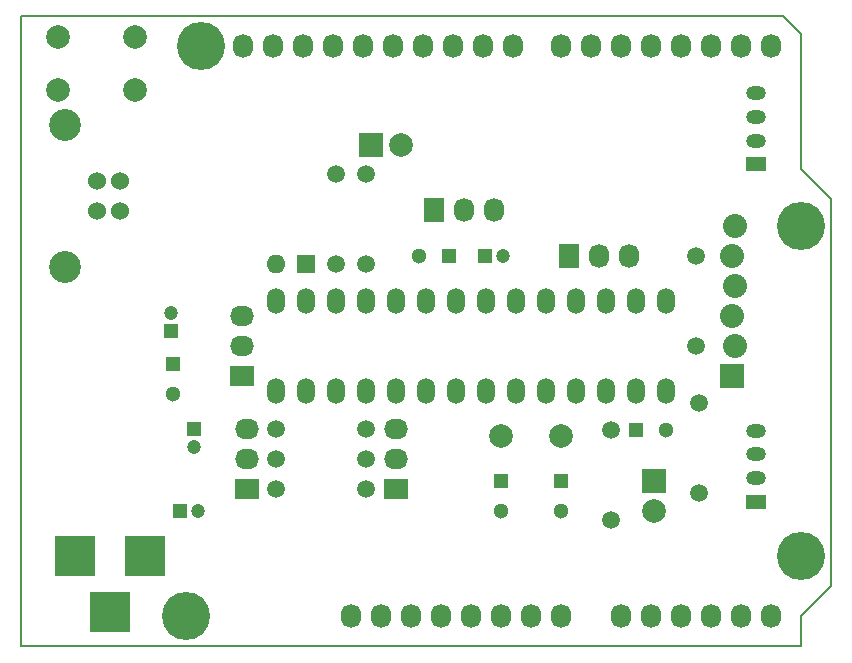
<source format=gbs>
G04 #@! TF.FileFunction,Soldermask,Bot*
%FSLAX46Y46*%
G04 Gerber Fmt 4.6, Leading zero omitted, Abs format (unit mm)*
G04 Created by KiCad (PCBNEW 4.0.2+dfsg1-stable) date Sa 11 Feb 2017 02:51:41 CET*
%MOMM*%
G01*
G04 APERTURE LIST*
%ADD10C,0.100000*%
%ADD11C,0.150000*%
%ADD12O,1.727200X2.032000*%
%ADD13C,4.064000*%
%ADD14R,3.500120X3.500120*%
%ADD15R,2.032000X2.032000*%
%ADD16C,2.032000*%
%ADD17C,1.524000*%
%ADD18C,2.700020*%
%ADD19R,1.727200X2.032000*%
%ADD20R,1.699260X1.198880*%
%ADD21O,1.699260X1.198880*%
%ADD22C,1.998980*%
%ADD23O,1.501140X2.199640*%
%ADD24R,1.300000X1.300000*%
%ADD25C,1.300000*%
%ADD26C,1.500000*%
%ADD27R,1.200000X1.200000*%
%ADD28C,1.200000*%
%ADD29R,2.000000X2.000000*%
%ADD30C,2.000000*%
%ADD31R,2.032000X1.727200*%
%ADD32O,2.032000X1.727200*%
%ADD33R,1.600000X1.600000*%
%ADD34O,1.600000X1.600000*%
G04 APERTURE END LIST*
D10*
D11*
X66040000Y51816000D02*
X64516000Y53340000D01*
X66040000Y40386000D02*
X66040000Y51816000D01*
X68580000Y37846000D02*
X66040000Y40386000D01*
X68580000Y5080000D02*
X68580000Y37846000D01*
X66040000Y2540000D02*
X68580000Y5080000D01*
X66040000Y0D02*
X66040000Y2540000D01*
X0Y0D02*
X66040000Y0D01*
X0Y53340000D02*
X0Y0D01*
X64516000Y53340000D02*
X0Y53340000D01*
D12*
X27940000Y2540000D03*
X30480000Y2540000D03*
X33020000Y2540000D03*
X35560000Y2540000D03*
X38100000Y2540000D03*
X40640000Y2540000D03*
X43180000Y2540000D03*
X45720000Y2540000D03*
X50800000Y2540000D03*
X53340000Y2540000D03*
X55880000Y2540000D03*
X58420000Y2540000D03*
X60960000Y2540000D03*
X63500000Y2540000D03*
X18796000Y50800000D03*
X21336000Y50800000D03*
X23876000Y50800000D03*
X26416000Y50800000D03*
X28956000Y50800000D03*
X31496000Y50800000D03*
X34036000Y50800000D03*
X36576000Y50800000D03*
X39116000Y50800000D03*
X41656000Y50800000D03*
X45720000Y50800000D03*
X48260000Y50800000D03*
X50800000Y50800000D03*
X53340000Y50800000D03*
X55880000Y50800000D03*
X58420000Y50800000D03*
X60960000Y50800000D03*
X63500000Y50800000D03*
D13*
X13970000Y2540000D03*
X66040000Y7620000D03*
X15240000Y50800000D03*
X66040000Y35560000D03*
D14*
X10518140Y7620000D03*
X4518660Y7620000D03*
X7518400Y2921000D03*
D15*
X60223400Y22860000D03*
D16*
X60426600Y25400000D03*
X60223400Y27940000D03*
X60426600Y30480000D03*
X60223400Y33020000D03*
X60426600Y35560000D03*
D17*
X8382000Y39370000D03*
X8382000Y36830000D03*
X6383020Y36830000D03*
X6383020Y39370000D03*
D18*
X3683000Y44099480D03*
X3683000Y32100520D03*
D19*
X34925000Y36957000D03*
D12*
X37465000Y36957000D03*
X40005000Y36957000D03*
D20*
X62230000Y12240260D03*
D21*
X62230000Y14239240D03*
X62230000Y16240760D03*
X62230000Y18239740D03*
D22*
X40640000Y17780000D03*
X45720000Y17780000D03*
D23*
X21590000Y21590000D03*
X24130000Y21590000D03*
X26670000Y21590000D03*
X29210000Y21590000D03*
X31750000Y21590000D03*
X34290000Y21590000D03*
X36830000Y21590000D03*
X39370000Y21590000D03*
X41910000Y21590000D03*
X44450000Y21590000D03*
X46990000Y21590000D03*
X49530000Y21590000D03*
X52070000Y21590000D03*
X54610000Y21590000D03*
X54610000Y29210000D03*
X52070000Y29210000D03*
X49530000Y29210000D03*
X46990000Y29210000D03*
X44450000Y29210000D03*
X41910000Y29210000D03*
X39370000Y29210000D03*
X36830000Y29210000D03*
X34290000Y29210000D03*
X31750000Y29210000D03*
X29210000Y29210000D03*
X26670000Y29210000D03*
X24130000Y29210000D03*
X21590000Y29210000D03*
D24*
X52070000Y18288000D03*
D25*
X54570000Y18288000D03*
D26*
X21590000Y18415000D03*
X29210000Y18415000D03*
D24*
X36195000Y33020000D03*
D25*
X33695000Y33020000D03*
D27*
X39255000Y33020000D03*
D28*
X40755000Y33020000D03*
D24*
X40640000Y13970000D03*
D25*
X40640000Y11470000D03*
D24*
X45720000Y13970000D03*
D25*
X45720000Y11470000D03*
D29*
X29591000Y42418000D03*
D30*
X32131000Y42418000D03*
D29*
X53568600Y13995400D03*
D30*
X53568600Y11455400D03*
D26*
X26670000Y40005000D03*
X26670000Y32385000D03*
D31*
X31750000Y13335000D03*
D32*
X31750000Y15875000D03*
X31750000Y18415000D03*
D26*
X21590000Y13335000D03*
X29210000Y13335000D03*
X49911000Y18288000D03*
X49911000Y10668000D03*
X29210000Y32385000D03*
X29210000Y40005000D03*
X21590000Y15875000D03*
X29210000Y15875000D03*
D19*
X46355000Y33020000D03*
D12*
X48895000Y33020000D03*
X51435000Y33020000D03*
D31*
X19100800Y13309600D03*
D32*
X19100800Y15849600D03*
X19100800Y18389600D03*
D20*
X62230000Y40815260D03*
D21*
X62230000Y42814240D03*
X62230000Y44815760D03*
X62230000Y46814740D03*
D33*
X24130000Y32385000D03*
D34*
X21590000Y32385000D03*
D31*
X18669000Y22860000D03*
D32*
X18669000Y25400000D03*
X18669000Y27940000D03*
D22*
X9601200Y51628040D03*
X3098800Y47127160D03*
X9601200Y47127160D03*
X3098800Y51628040D03*
D27*
X12700000Y26682000D03*
D28*
X12700000Y28182000D03*
D24*
X12827000Y23876000D03*
D25*
X12827000Y21376000D03*
D27*
X13474000Y11430000D03*
D28*
X14974000Y11430000D03*
D27*
X14605000Y18403000D03*
D28*
X14605000Y16903000D03*
D26*
X57404000Y12954000D03*
X57404000Y20574000D03*
X57150000Y33020000D03*
X57150000Y25400000D03*
M02*

</source>
